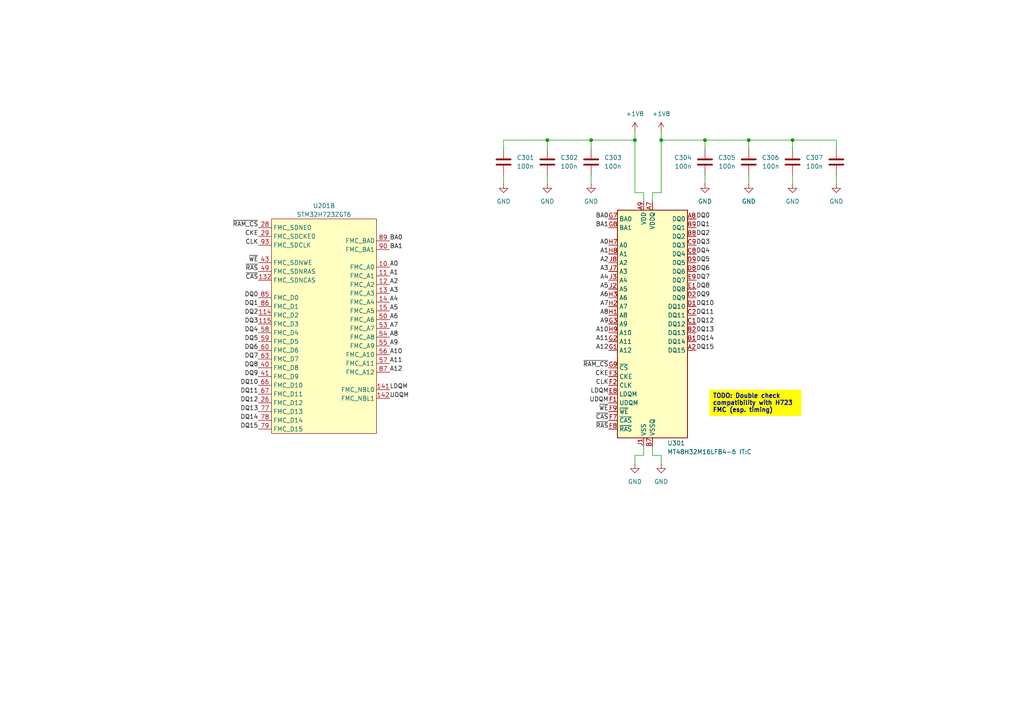
<source format=kicad_sch>
(kicad_sch (version 20231120) (generator "eeschema") (generator_version "8.0")
  (paper "A4")
  (lib_symbols
    (symbol "Device:C" (pin_numbers hide) (pin_names (offset 0.254))
      (property "Reference" "C" (at 0.635 2.54 0))
      (property "Value" "C" (at 0.635 -2.54 0))
      (symbol "C_0_1"
        (polyline (pts (xy -2.032 -0.762) (xy 2.032 -0.762)) (stroke (width 0.508)))
        (polyline (pts (xy -2.032 0.762) (xy 2.032 0.762)) (stroke (width 0.508)))
      )
      (symbol "C_1_1"
        (pin passive line (at 0 3.81 270) (length 2.794) (name "~") (number "1"))
        (pin passive line (at 0 -3.81 90) (length 2.794) (name "~") (number "2"))
      )
    )
    (symbol "FTCU:MT48H32M16LFB4-6"
      (property "Reference" "U" (at -8.89 34.29 0))
      (property "Value" "MT48H32M16LFB4-6" (at 11.684 34.544 0))
      (symbol "MT48H32M16LFB4-6_0_1"
        (rectangle (start -10.16 33.02) (end 10.16 -33.02) (stroke (width 0.254)) (fill (type background)))
      )
      (symbol "MT48H32M16LFB4-6_1_1"
        (pin passive line (at -2.54 -35.56 90) (length 2.54) hide (name "VSS") (number "A1"))
        (pin bidirectional line (at 12.7 -7.62 180) (length 2.54) (name "DQ15") (number "A2"))
        (pin passive line (at 0 -35.56 90) (length 2.54) hide (name "VSSQ") (number "A3"))
        (pin power_in line (at 0 35.56 270) (length 2.54) (name "VDDQ") (number "A7"))
        (pin bidirectional line (at 12.7 30.48 180) (length 2.54) (name "DQ0") (number "A8"))
        (pin power_in line (at -2.54 35.56 270) (length 2.54) (name "VDD") (number "A9"))
        (pin bidirectional line (at 12.7 -5.08 180) (length 2.54) (name "DQ14") (number "B1"))
        (pin bidirectional line (at 12.7 -2.54 180) (length 2.54) (name "DQ13") (number "B2"))
        (pin passive line (at 0 35.56 270) (length 2.54) hide (name "VDDQ") (number "B3"))
        (pin power_in line (at 0 -35.56 90) (length 2.54) (name "VSSQ") (number "B7"))
        (pin bidirectional line (at 12.7 25.4 180) (length 2.54) (name "DQ2") (number "B8"))
        (pin bidirectional line (at 12.7 27.94 180) (length 2.54) (name "DQ1") (number "B9"))
        (pin bidirectional line (at 12.7 0 180) (length 2.54) (name "DQ12") (number "C1"))
        (pin bidirectional line (at 12.7 2.54 180) (length 2.54) (name "DQ11") (number "C2"))
        (pin passive line (at 0 -35.56 90) (length 2.54) hide (name "VSSQ") (number "C3"))
        (pin passive line (at 0 35.56 270) (length 2.54) hide (name "VDDQ") (number "C7"))
        (pin bidirectional line (at 12.7 20.32 180) (length 2.54) (name "DQ4") (number "C8"))
        (pin bidirectional line (at 12.7 22.86 180) (length 2.54) (name "DQ3") (number "C9"))
        (pin bidirectional line (at 12.7 5.08 180) (length 2.54) (name "DQ10") (number "D1"))
        (pin bidirectional line (at 12.7 7.62 180) (length 2.54) (name "DQ9") (number "D2"))
        (pin passive line (at 0 35.56 270) (length 2.54) hide (name "VDDQ") (number "D3"))
        (pin passive line (at 0 -35.56 90) (length 2.54) hide (name "VSSQ") (number "D7"))
        (pin bidirectional line (at 12.7 15.24 180) (length 2.54) (name "DQ6") (number "D8"))
        (pin bidirectional line (at 12.7 17.78 180) (length 2.54) (name "DQ5") (number "D9"))
        (pin bidirectional line (at 12.7 10.16 180) (length 2.54) (name "DQ8") (number "E1"))
        (pin no_connect line (at 10.16 -20.32 180) (length 2.54) hide (name "DNU") (number "E2"))
        (pin passive line (at -2.54 -35.56 90) (length 2.54) hide (name "VSS") (number "E3"))
        (pin passive line (at -2.54 35.56 270) (length 2.54) hide (name "VDD") (number "E7"))
        (pin input line (at -12.7 -20.32 0) (length 2.54) (name "LDQM") (number "E8"))
        (pin bidirectional line (at 12.7 12.7 180) (length 2.54) (name "DQ7") (number "E9"))
        (pin input line (at -12.7 -22.86 0) (length 2.54) (name "UDQM") (number "F1"))
        (pin input line (at -12.7 -17.78 0) (length 2.54) (name "CLK") (number "F2"))
        (pin input line (at -12.7 -15.24 0) (length 2.54) (name "CKE") (number "F3"))
        (pin input line (at -12.7 -27.94 0) (length 2.54) (name "~{CAS}") (number "F7"))
        (pin input line (at -12.7 -30.48 0) (length 2.54) (name "~{RAS}") (number "F8"))
        (pin input line (at -12.7 -25.4 0) (length 2.54) (name "~{WE}") (number "F9"))
        (pin input line (at -12.7 -7.62 0) (length 2.54) (name "A12") (number "G1"))
        (pin input line (at -12.7 -5.08 0) (length 2.54) (name "A11") (number "G2"))
        (pin input line (at -12.7 0 0) (length 2.54) (name "A9") (number "G3"))
        (pin input line (at -12.7 30.48 0) (length 2.54) (name "BA0") (number "G7"))
        (pin input line (at -12.7 27.94 0) (length 2.54) (name "BA1") (number "G8"))
        (pin input line (at -12.7 -12.7 0) (length 2.54) (name "~{CS}") (number "G9"))
        (pin input line (at -12.7 2.54 0) (length 2.54) (name "A8") (number "H1"))
        (pin input line (at -12.7 5.08 0) (length 2.54) (name "A7") (number "H2"))
        (pin input line (at -12.7 7.62 0) (length 2.54) (name "A6") (number "H3"))
        (pin input line (at -12.7 22.86 0) (length 2.54) (name "A0") (number "H7"))
        (pin input line (at -12.7 20.32 0) (length 2.54) (name "A1") (number "H8"))
        (pin input line (at -12.7 -2.54 0) (length 2.54) (name "A10") (number "H9"))
        (pin power_in line (at -2.54 -35.56 90) (length 2.54) (name "VSS") (number "J1"))
        (pin input line (at -12.7 10.16 0) (length 2.54) (name "A5") (number "J2"))
        (pin input line (at -12.7 12.7 0) (length 2.54) (name "A4") (number "J3"))
        (pin input line (at -12.7 15.24 0) (length 2.54) (name "A3") (number "J7"))
        (pin input line (at -12.7 17.78 0) (length 2.54) (name "A2") (number "J8"))
        (pin passive line (at -2.54 35.56 270) (length 2.54) hide (name "VDD") (number "J9"))
      )
    )
    (symbol "FTCU:STM32H723ZG"
      (property "Reference" "U" (at 0 16.764 0))
      (symbol "STM32H723ZG_1_1"
        (rectangle (start -8.89 8.89) (end 7.62 -10.16) (fill (type background)))
        (pin passive line (at 1.27 12.7 270) (length 3.81) hide (name "VCAP") (number "106"))
        (pin passive line (at -1.27 -13.97 90) (length 3.81) hide (name "VSS") (number "107"))
        (pin passive line (at -6.35 12.7 270) (length 3.81) hide (name "VDD") (number "108"))
        (pin passive line (at -1.27 -13.97 90) (length 3.81) hide (name "VSS") (number "120"))
        (pin passive line (at -6.35 12.7 270) (length 3.81) hide (name "VDD") (number "121"))
        (pin passive line (at -1.27 -13.97 90) (length 3.81) hide (name "VSS") (number "130"))
        (pin passive line (at -6.35 12.7 270) (length 3.81) hide (name "VDD") (number "131"))
        (pin passive line (at -6.35 12.7 270) (length 3.81) hide (name "VDD") (number "144"))
        (pin power_in line (at -1.27 -13.97 90) (length 3.81) (name "VSS") (number "16"))
        (pin power_in line (at -6.35 12.7 270) (length 3.81) (name "VDD") (number "17"))
        (pin passive line (at -6.35 12.7 270) (length 3.81) hide (name "VDD") (number "30"))
        (pin power_in line (at 1.27 -13.97 90) (length 3.81) (name "VSSA") (number "31"))
        (pin power_out line (at 3.81 12.7 270) (length 3.81) (name "VREF+") (number "32"))
        (pin power_in line (at -3.81 12.7 270) (length 3.81) (name "VDDA") (number "33"))
        (pin passive line (at -1.27 -13.97 90) (length 3.81) hide (name "VSS") (number "38"))
        (pin passive line (at -6.35 12.7 270) (length 3.81) hide (name "VDD") (number "39"))
        (pin passive line (at -1.27 -13.97 90) (length 3.81) hide (name "VSS") (number "51"))
        (pin passive line (at -6.35 12.7 270) (length 3.81) hide (name "VDD") (number "52"))
        (pin power_in line (at 6.35 12.7 270) (length 3.81) (name "VBAT") (number "6"))
        (pin passive line (at -1.27 -13.97 90) (length 3.81) hide (name "VSS") (number "61"))
        (pin passive line (at -6.35 12.7 270) (length 3.81) hide (name "VDD") (number "62"))
        (pin power_out line (at 1.27 12.7 270) (length 3.81) (name "VCAP") (number "71"))
        (pin passive line (at -6.35 12.7 270) (length 3.81) hide (name "VDD") (number "72"))
        (pin passive line (at -1.27 -13.97 90) (length 3.81) hide (name "VSS") (number "83"))
        (pin passive line (at -6.35 12.7 270) (length 3.81) hide (name "VDD") (number "84"))
        (pin passive line (at -1.27 -13.97 90) (length 3.81) hide (name "VSS") (number "94"))
        (pin power_in line (at -1.27 12.7 270) (length 3.81) (name "VDD33USB") (number "95"))
      )
      (symbol "STM32H723ZG_2_1"
        (rectangle (start -15.24 30.48) (end 15.24 -31.75) (fill (type background)))
        (pin output line (at 19.05 16.51 180) (length 3.81) (name "FMC_A0") (number "10"))
        (pin output line (at 19.05 13.97 180) (length 3.81) (name "FMC_A1") (number "11"))
        (pin bidirectional line (at -19.05 2.54 0) (length 3.81) (name "FMC_D2") (number "114"))
        (pin bidirectional line (at -19.05 0 0) (length 3.81) (name "FMC_D3") (number "115"))
        (pin output line (at 19.05 11.43 180) (length 3.81) (name "FMC_A2") (number "12"))
        (pin output line (at 19.05 8.89 180) (length 3.81) (name "FMC_A3") (number "13"))
        (pin output line (at -19.05 12.7 0) (length 3.81) (name "FMC_SDNCAS") (number "132"))
        (pin output line (at 19.05 6.35 180) (length 3.81) (name "FMC_A4") (number "14"))
        (pin output line (at 19.05 -19.05 180) (length 3.81) (name "FMC_NBL0") (number "141"))
        (pin output line (at 19.05 -21.59 180) (length 3.81) (name "FMC_NBL1") (number "142"))
        (pin output line (at 19.05 3.81 180) (length 3.81) (name "FMC_A5") (number "15"))
        (pin bidirectional line (at -19.05 -22.86 0) (length 3.81) (name "FMC_D12") (number "26"))
        (pin output line (at -19.05 27.94 0) (length 3.81) (name "FMC_SDNE0") (number "28"))
        (pin output line (at -19.05 25.4 0) (length 3.81) (name "FMC_SDCKE0") (number "29"))
        (pin bidirectional line (at -19.05 -12.7 0) (length 3.81) (name "FMC_D8") (number "40"))
        (pin bidirectional line (at -19.05 -15.24 0) (length 3.81) (name "FMC_D9") (number "41"))
        (pin output line (at -19.05 17.78 0) (length 3.81) (name "FMC_SDNWE") (number "43"))
        (pin output line (at -19.05 15.24 0) (length 3.81) (name "FMC_SDNRAS") (number "49"))
        (pin output line (at 19.05 1.27 180) (length 3.81) (name "FMC_A6") (number "50"))
        (pin output line (at 19.05 -1.27 180) (length 3.81) (name "FMC_A7") (number "53"))
        (pin output line (at 19.05 -3.81 180) (length 3.81) (name "FMC_A8") (number "54"))
        (pin output line (at 19.05 -6.35 180) (length 3.81) (name "FMC_A9") (number "55"))
        (pin output line (at 19.05 -8.89 180) (length 3.81) (name "FMC_A10") (number "56"))
        (pin output line (at 19.05 -11.43 180) (length 3.81) (name "FMC_A11") (number "57"))
        (pin bidirectional line (at -19.05 -2.54 0) (length 3.81) (name "FMC_D4") (number "58"))
        (pin bidirectional line (at -19.05 -5.08 0) (length 3.81) (name "FMC_D5") (number "59"))
        (pin bidirectional line (at -19.05 -7.62 0) (length 3.81) (name "FMC_D6") (number "60"))
        (pin bidirectional line (at -19.05 -10.16 0) (length 3.81) (name "FMC_D7") (number "63"))
        (pin bidirectional line (at -19.05 -17.78 0) (length 3.81) (name "FMC_D10") (number "66"))
        (pin bidirectional line (at -19.05 -20.32 0) (length 3.81) (name "FMC_D11") (number "67"))
        (pin bidirectional line (at -19.05 -25.4 0) (length 3.81) (name "FMC_D13") (number "77"))
        (pin bidirectional line (at -19.05 -27.94 0) (length 3.81) (name "FMC_D14") (number "78"))
        (pin bidirectional line (at -19.05 -30.48 0) (length 3.81) (name "FMC_D15") (number "79"))
        (pin bidirectional line (at -19.05 7.62 0) (length 3.81) (name "FMC_D0") (number "85"))
        (pin bidirectional line (at -19.05 5.08 0) (length 3.81) (name "FMC_D1") (number "86"))
        (pin output line (at 19.05 -13.97 180) (length 3.81) (name "FMC_A12") (number "87"))
        (pin output line (at 19.05 24.13 180) (length 3.81) (name "FMC_BA0") (number "89"))
        (pin output line (at 19.05 21.59 180) (length 3.81) (name "FMC_BA1") (number "90"))
        (pin output line (at -19.05 22.86 0) (length 3.81) (name "FMC_SDCLK") (number "93"))
      )
      (symbol "STM32H723ZG_3_1"
        (rectangle (start -17.78 15.24) (end 17.78 -14.605) (fill (type background)))
        (pin bidirectional line (at 21.59 0 180) (length 3.81) (name "OCTOSPIM_P1_IO2") (number "1"))
        (pin bidirectional line (at -21.59 0 0) (length 3.81) (name "SDMMC1_D2") (number "111"))
        (pin bidirectional line (at -21.59 -2.54 0) (length 3.81) (name "SDMMC1_D3") (number "112"))
        (pin output line (at -21.59 12.7 0) (length 3.81) (name "SDMMC1_CK") (number "113"))
        (pin output line (at -21.59 10.16 0) (length 3.81) (name "SDMMC1_CMD") (number "116"))
        (pin input line (at -21.59 -7.62 0) (length 3.81) (name "SD_Detect") (number "117"))
        (pin output line (at 21.59 -12.7 180) (length 3.81) (name "EEPROM_WP") (number "129"))
        (pin output line (at 21.59 -7.62 180) (length 3.81) (name "I2C1_SCL") (number "136"))
        (pin tri_state line (at 21.59 -10.16 180) (length 3.81) (name "I2C1_SDA") (number "137"))
        (pin bidirectional line (at 21.59 5.08 180) (length 3.81) (name "OCTOSPIM_P1_IO0") (number "20"))
        (pin bidirectional line (at 21.59 2.54 180) (length 3.81) (name "OCTOSPIM_P1_IO1") (number "21"))
        (pin output line (at 21.59 12.7 180) (length 3.81) (name "OCTOSPIM_P1_CLK") (number "22"))
        (pin bidirectional line (at 21.59 -2.54 180) (length 3.81) (name "OCTOSPIM_P1_IO3") (number "35"))
        (pin output line (at 21.59 10.16 180) (length 3.81) (name "OCTOSPIM_P1_NCS") (number "64"))
        (pin bidirectional line (at -21.59 5.08 0) (length 3.81) (name "SDMMC1_D0") (number "98"))
        (pin bidirectional line (at -21.59 2.54 0) (length 3.81) (name "SDMMC1_D1") (number "99"))
      )
      (symbol "STM32H723ZG_4_1"
        (rectangle (start -13.97 12.7) (end 12.7 -12.7) (fill (type background)))
        (pin bidirectional line (at 16.51 7.62 180) (length 3.81) (name "DEBUG_JTMS-SWDIO") (number "105"))
        (pin input line (at 16.51 10.16 180) (length 3.81) (name "DEBUG_JTCK-SWCLK") (number "109"))
        (pin output line (at 16.51 5.08 180) (length 3.81) (name "DEBUG_JTDO-SWO") (number "133"))
        (pin input line (at 16.51 -2.54 180) (length 3.81) (name "BOOT0") (number "138"))
        (pin input line (at 16.51 -7.62 180) (length 3.81) (name "PDR_ON") (number "143"))
        (pin input line (at -17.78 -7.62 0) (length 3.81) (name "RCC_OSC_IN") (number "23"))
        (pin output line (at -17.78 -10.16 0) (length 3.81) (name "RCC_OSC_OUT") (number "24"))
        (pin bidirectional line (at 16.51 0 180) (length 3.81) (name "NRST") (number "25"))
        (pin input line (at -17.78 0 0) (length 3.81) (name "RCC_OSC32_IN") (number "8"))
        (pin output line (at -17.78 -2.54 0) (length 3.81) (name "RCC_OSC32_OUT") (number "9"))
      )
      (symbol "STM32H723ZG_5_1"
        (rectangle (start -15.24 8.89) (end 16.51 -8.89) (fill (type background)))
        (pin output line (at -19.05 -5.08 0) (length 3.81) (name "USB_Enable_Pullup") (number "101"))
        (pin input line (at -19.05 -2.54 0) (length 3.81) (name "USB_VBUS_Present") (number "102"))
        (pin bidirectional line (at -19.05 5.08 0) (length 3.81) (name "USB_OTG_HS_DM") (number "103"))
        (pin bidirectional line (at -19.05 2.54 0) (length 3.81) (name "USB_OTG_HS_DP") (number "104"))
        (pin input line (at 20.32 6.35 180) (length 3.81) (name "FDCAN1_RX") (number "139"))
        (pin output line (at 20.32 3.81 180) (length 3.81) (name "FDCAN1_TX") (number "140"))
        (pin input line (at 20.32 -3.81 180) (length 3.81) (name "FDCAN3_RX") (number "18"))
        (pin output line (at 20.32 -6.35 180) (length 3.81) (name "FDCAN3_TX") (number "19"))
        (pin input line (at 20.32 1.27 180) (length 3.81) (name "FDCAN2_RX") (number "73"))
        (pin output line (at 20.32 -1.27 180) (length 3.81) (name "FDCAN2_TX") (number "74"))
      )
      (symbol "STM32H723ZG_6_1"
        (rectangle (start -39.37 85.09) (end -22.86 21.59) (fill (type background)))
        (pin no_connect line (at -43.18 53.34 0) (length 3.81) (name "PA8") (number "100"))
        (pin no_connect line (at -43.18 50.8 0) (length 3.81) (name "PA15") (number "110"))
        (pin no_connect line (at -43.18 48.26 0) (length 3.81) (name "PD4") (number "118"))
        (pin no_connect line (at -43.18 45.72 0) (length 3.81) (name "PD5") (number "119"))
        (pin no_connect line (at -43.18 43.18 0) (length 3.81) (name "PD6") (number "122"))
        (pin no_connect line (at -43.18 40.64 0) (length 3.81) (name "PD7") (number "123"))
        (pin output line (at -19.05 34.29 180) (length 3.81) (name "STATUS1") (number "124"))
        (pin output line (at -19.05 31.75 180) (length 3.81) (name "STATUS2") (number "125"))
        (pin output line (at -19.05 29.21 180) (length 3.81) (name "STATUS3") (number "126"))
        (pin output line (at -19.05 26.67 180) (length 3.81) (name "STATUS4") (number "127"))
        (pin no_connect line (at -43.18 38.1 0) (length 3.81) (name "PG13") (number "128"))
        (pin no_connect line (at -43.18 35.56 0) (length 3.81) (name "PB4") (number "134"))
        (pin output line (at -19.05 24.13 180) (length 3.81) (name "BOOT0_CHARGE") (number "135"))
        (pin no_connect line (at -19.05 82.55 180) (length 3.81) (name "PE3") (number "2"))
        (pin no_connect line (at -19.05 69.85 180) (length 3.81) (name "PC1") (number "27"))
        (pin no_connect line (at -19.05 80.01 180) (length 3.81) (name "PE4") (number "3"))
        (pin no_connect line (at -19.05 67.31 180) (length 3.81) (name "PA0") (number "34"))
        (pin no_connect line (at -19.05 64.77 180) (length 3.81) (name "PA2") (number "36"))
        (pin no_connect line (at -19.05 62.23 180) (length 3.81) (name "PA3") (number "37"))
        (pin no_connect line (at -19.05 77.47 180) (length 3.81) (name "PE5") (number "4"))
        (pin no_connect line (at -19.05 59.69 180) (length 3.81) (name "PA6") (number "42"))
        (pin no_connect line (at -19.05 57.15 180) (length 3.81) (name "PC4") (number "44"))
        (pin no_connect line (at -19.05 54.61 180) (length 3.81) (name "PC5") (number "45"))
        (pin no_connect line (at -19.05 52.07 180) (length 3.81) (name "PB0") (number "46"))
        (pin no_connect line (at -19.05 49.53 180) (length 3.81) (name "PB1") (number "47"))
        (pin no_connect line (at -19.05 46.99 180) (length 3.81) (name "PB2") (number "48"))
        (pin no_connect line (at -19.05 74.93 180) (length 3.81) (name "PE6") (number "5"))
        (pin no_connect line (at -19.05 44.45 180) (length 3.81) (name "PE12") (number "65"))
        (pin no_connect line (at -19.05 41.91 180) (length 3.81) (name "PE15") (number "68"))
        (pin no_connect line (at -19.05 39.37 180) (length 3.81) (name "PB10") (number "69"))
        (pin no_connect line (at -19.05 72.39 180) (length 3.81) (name "PC13") (number "7"))
        (pin no_connect line (at -19.05 36.83 180) (length 3.81) (name "PB11") (number "70"))
        (pin no_connect line (at -43.18 78.74 0) (length 3.81) (name "PB14") (number "75"))
        (pin no_connect line (at -43.18 76.2 0) (length 3.81) (name "PB15") (number "76"))
        (pin no_connect line (at -43.18 73.66 0) (length 3.81) (name "PD11") (number "80"))
        (pin no_connect line (at -43.18 71.12 0) (length 3.81) (name "PD12") (number "81"))
        (pin no_connect line (at -43.18 68.58 0) (length 3.81) (name "PD13") (number "82"))
        (pin no_connect line (at -43.18 66.04 0) (length 3.81) (name "PG3") (number "88"))
        (pin no_connect line (at -43.18 63.5 0) (length 3.81) (name "PG6") (number "91"))
        (pin no_connect line (at -43.18 60.96 0) (length 3.81) (name "PG7") (number "92"))
        (pin no_connect line (at -43.18 58.42 0) (length 3.81) (name "PC6") (number "96"))
        (pin no_connect line (at -43.18 55.88 0) (length 3.81) (name "PC7") (number "97"))
      )
    )
    (symbol "power:+1V8" (power) (pin_numbers hide) (pin_names (offset 0) hide)
      (property "Value" "+1V8" (at 0 3.556 0))
      (symbol "+1V8_0_1"
        (polyline (pts (xy -0.762 1.27) (xy 0 2.54)))
        (polyline (pts (xy 0 0) (xy 0 2.54)))
        (polyline (pts (xy 0 2.54) (xy 0.762 1.27)))
      )
      (symbol "+1V8_1_1"
        (pin power_in line (at 0 0 90) (length 0) (name "~") (number "1"))
      )
    )
    (symbol "power:GND" (power) (pin_numbers hide) (pin_names (offset 0) hide)
      (property "Value" "GND" (at 0 -3.81 0))
      (symbol "GND_0_1"
        (polyline (pts (xy 0 0) (xy 0 -1.27) (xy 1.27 -1.27) (xy 0 -2.54) (xy -1.27 -1.27) (xy 0 -1.27)))
      )
      (symbol "GND_1_1"
        (pin power_in line (at 0 0 270) (length 0) (name "~") (number "1"))
      )
    )
  )
  (junction (at 171.45 40.64))
  (junction (at 204.47 40.64))
  (junction (at 184.15 40.64))
  (junction (at 217.17 40.64))
  (junction (at 158.75 40.64))
  (junction (at 191.77 40.64))
  (junction (at 229.87 40.64))
  (wire (pts (xy 158.75 40.64) (xy 146.05 40.64)))
  (wire (pts (xy 217.17 40.64) (xy 229.87 40.64)))
  (wire (pts (xy 229.87 40.64) (xy 242.57 40.64)))
  (wire (pts (xy 171.45 40.64) (xy 158.75 40.64)))
  (wire (pts (xy 204.47 40.64) (xy 204.47 43.18)))
  (wire (pts (xy 189.23 58.42) (xy 189.23 55.88)))
  (wire (pts (xy 171.45 40.64) (xy 171.45 43.18)))
  (wire (pts (xy 204.47 50.8) (xy 204.47 53.34)))
  (wire (pts (xy 217.17 40.64) (xy 217.17 43.18)))
  (wire (pts (xy 186.69 55.88) (xy 184.15 55.88)))
  (wire (pts (xy 186.69 58.42) (xy 186.69 55.88)))
  (wire (pts (xy 242.57 40.64) (xy 242.57 43.18)))
  (wire (pts (xy 229.87 40.64) (xy 229.87 43.18)))
  (wire (pts (xy 158.75 40.64) (xy 158.75 43.18)))
  (wire (pts (xy 204.47 40.64) (xy 217.17 40.64)))
  (wire (pts (xy 217.17 50.8) (xy 217.17 53.34)))
  (wire (pts (xy 186.69 132.08) (xy 184.15 132.08)))
  (wire (pts (xy 184.15 40.64) (xy 171.45 40.64)))
  (wire (pts (xy 146.05 40.64) (xy 146.05 43.18)))
  (wire (pts (xy 184.15 55.88) (xy 184.15 40.64)))
  (wire (pts (xy 189.23 129.54) (xy 189.23 132.08)))
  (wire (pts (xy 229.87 50.8) (xy 229.87 53.34)))
  (wire (pts (xy 158.75 50.8) (xy 158.75 53.34)))
  (wire (pts (xy 184.15 132.08) (xy 184.15 134.62)))
  (wire (pts (xy 191.77 132.08) (xy 191.77 134.62)))
  (wire (pts (xy 186.69 129.54) (xy 186.69 132.08)))
  (wire (pts (xy 171.45 50.8) (xy 171.45 53.34)))
  (wire (pts (xy 189.23 132.08) (xy 191.77 132.08)))
  (wire (pts (xy 146.05 50.8) (xy 146.05 53.34)))
  (wire (pts (xy 242.57 50.8) (xy 242.57 53.34)))
  (wire (pts (xy 191.77 40.64) (xy 204.47 40.64)))
  (wire (pts (xy 191.77 55.88) (xy 191.77 40.64)))
  (wire (pts (xy 191.77 40.64) (xy 191.77 38.1)))
  (wire (pts (xy 184.15 40.64) (xy 184.15 38.1)))
  (wire (pts (xy 189.23 55.88) (xy 191.77 55.88)))
  (text_box "TODO: Double check compatibility with H723 FMC (esp. timing)" (at 205.74 113.03 0) (size 26.67 7.62) (stroke (width -0.0001)) (fill (type color) (color 255 255 0 1)) (effects (font (size 1.27 1.27) (thickness 0.254) (bold yes)) (justify left top)))
  (label "DQ8" (at 74.93 106.68 180))
  (label "A12" (at 113.03 107.95 0))
  (label "UDQM" (at 176.53 116.84 180))
  (label "A8" (at 113.03 97.79 0))
  (label "DQ8" (at 201.93 83.82 0))
  (label "DQ6" (at 201.93 78.74 0))
  (label "A10" (at 113.03 102.87 0))
  (label "A9" (at 176.53 93.98 180))
  (label "DQ15" (at 201.93 101.6 0))
  (label "DQ10" (at 201.93 88.9 0))
  (label "DQ14" (at 74.93 121.92 180))
  (label "BA0" (at 176.53 63.5 180) (effects (font (thickness 0.1588))))
  (label "UDQM" (at 113.03 115.57 0))
  (label "DQ14" (at 201.93 99.06 0))
  (label "A8" (at 176.53 91.44 180))
  (label "DQ10" (at 74.93 111.76 180))
  (label "BA1" (at 113.03 72.39 0) (effects (font (thickness 0.1588))))
  (label "DQ0" (at 74.93 86.36 180))
  (label "DQ4" (at 74.93 96.52 180))
  (label "~{RAS}" (at 74.93 78.74 180))
  (label "A6" (at 176.53 86.36 180))
  (label "CLK" (at 74.93 71.12 180))
  (label "DQ5" (at 201.93 76.2 0))
  (label "A0" (at 113.03 77.47 0) (effects (font (thickness 0.1588))))
  (label "A1" (at 113.03 80.01 0))
  (label "DQ2" (at 201.93 68.58 0))
  (label "~{WE}" (at 74.93 76.2 180))
  (label "~{CAS}" (at 74.93 81.28 180))
  (label "A3" (at 113.03 85.09 0))
  (label "DQ12" (at 201.93 93.98 0))
  (label "~{WE}" (at 176.53 119.38 180))
  (label "CLK" (at 176.53 111.76 180))
  (label "DQ9" (at 74.93 109.22 180))
  (label "CKE" (at 176.53 109.22 180))
  (label "A10" (at 176.53 96.52 180))
  (label "A2" (at 113.03 82.55 0))
  (label "CKE" (at 74.93 68.58 180))
  (label "DQ5" (at 74.93 99.06 180))
  (label "BA0" (at 113.03 69.85 0) (effects (font (thickness 0.1588))))
  (label "DQ15" (at 74.93 124.46 180))
  (label "DQ13" (at 201.93 96.52 0))
  (label "A11" (at 113.03 105.41 0))
  (label "A7" (at 176.53 88.9 180))
  (label "DQ9" (at 201.93 86.36 0))
  (label "A4" (at 113.03 87.63 0))
  (label "DQ6" (at 74.93 101.6 180))
  (label "A3" (at 176.53 78.74 180))
  (label "~{RAS}" (at 176.53 124.46 180))
  (label "DQ3" (at 201.93 71.12 0))
  (label "DQ12" (at 74.93 116.84 180))
  (label "LDQM" (at 176.53 114.3 180))
  (label "A5" (at 113.03 90.17 0))
  (label "DQ2" (at 74.93 91.44 180))
  (label "DQ1" (at 201.93 66.04 0))
  (label "A4" (at 176.53 81.28 180))
  (label "A9" (at 113.03 100.33 0))
  (label "~{CAS}" (at 176.53 121.92 180))
  (label "DQ1" (at 74.93 88.9 180))
  (label "BA1" (at 176.53 66.04 180) (effects (font (thickness 0.1588))))
  (label "~{RAM_CS}" (at 176.53 106.68 180))
  (label "A11" (at 176.53 99.06 180))
  (label "DQ7" (at 201.93 81.28 0))
  (label "~{RAM_CS}" (at 74.93 66.04 180))
  (label "A7" (at 113.03 95.25 0))
  (label "DQ0" (at 201.93 63.5 0))
  (label "A6" (at 113.03 92.71 0))
  (label "DQ3" (at 74.93 93.98 180))
  (label "DQ7" (at 74.93 104.14 180))
  (label "A1" (at 176.53 73.66 180))
  (label "LDQM" (at 113.03 113.03 0))
  (label "A2" (at 176.53 76.2 180))
  (label "DQ11" (at 74.93 114.3 180))
  (label "A12" (at 176.53 101.6 180))
  (label "DQ13" (at 74.93 119.38 180))
  (label "DQ11" (at 201.93 91.44 0))
  (label "A0" (at 176.53 71.12 180) (effects (font (thickness 0.1588))))
  (label "DQ4" (at 201.93 73.66 0))
  (label "A5" (at 176.53 83.82 180))
  (symbol (lib_id "Device:C") (at 204.47 46.99 0) (mirror x) (unit 1)
    (property "Reference" "C304" (at 200.66 45.7199 0) (effects (justify right)))
    (property "Value" "100n" (at 200.66 48.2599 0) (effects (justify right)))
    (property "Footprint" "Capacitor_SMD:C_0603_1608Metric" (effects (hide yes)))
    (property "Description" "Unpolarized capacitor" (effects (hide yes)))
  )
  (symbol (lib_id "power:+1V8") (at 191.77 38.1 0) (unit 1)
    (property "Reference" "#PWR0302" (effects (hide yes)))
    (property "Value" "+1V8" (at 191.77 33.02 0))
    (property "Description" "Power symbol creates a global label with name \"+1V8\"" (effects (hide yes)))
  )
  (symbol (lib_id "power:GND") (at 191.77 134.62 0) (unit 1)
    (property "Reference" "#PWR0311" (effects (hide yes)))
    (property "Value" "GND" (at 191.77 139.7 0))
    (property "Description" "Power symbol creates a global label with name \"GND\" , ground" (effects (hide yes)))
  )
  (symbol (lib_id "Device:C") (at 242.57 46.99 0) (mirror x) (unit 1)
    (property "Reference" "C307" (at 238.76 45.7199 0) (effects (justify right)))
    (property "Value" "100n" (at 238.76 48.2599 0) (effects (justify right)))
    (property "Footprint" "Capacitor_SMD:C_0603_1608Metric" (effects (hide yes)))
    (property "Description" "Unpolarized capacitor" (effects (hide yes)))
  )
  (symbol (lib_id "Device:C") (at 158.75 46.99 180) (unit 1)
    (property "Reference" "C302" (at 162.56 45.7199 0) (effects (justify right)))
    (property "Value" "100n" (at 162.56 48.2599 0) (effects (justify right)))
    (property "Footprint" "Capacitor_SMD:C_0603_1608Metric" (effects (hide yes)))
    (property "Description" "Unpolarized capacitor" (effects (hide yes)))
  )
  (symbol (lib_id "power:GND") (at 158.75 53.34 0) (unit 1)
    (property "Reference" "#PWR0304" (effects (hide yes)))
    (property "Value" "GND" (at 158.75 58.42 0))
    (property "Description" "Power symbol creates a global label with name \"GND\" , ground" (effects (hide yes)))
  )
  (symbol (lib_id "power:GND") (at 204.47 53.34 0) (mirror y) (unit 1)
    (property "Reference" "#PWR0306" (effects (hide yes)))
    (property "Value" "GND" (at 204.47 58.42 0))
    (property "Description" "Power symbol creates a global label with name \"GND\" , ground" (effects (hide yes)))
  )
  (symbol (lib_id "FTCU:STM32H723ZG") (at 93.98 93.98 0) (unit 2) (in_bom no)
    (property "Reference" "U201" (at 93.98 59.69 0))
    (property "Value" "STM32H723ZGT6" (at 93.98 62.23 0))
    (property "Footprint" "Package_QFP:LQFP-144_20x20mm_P0.5mm" (effects (hide yes)))
    (property "Datasheet" "https://www.st.com/resource/en/datasheet/stm32h723zg.pdf" (effects (hide yes)))
  )
  (symbol (lib_id "Device:C") (at 146.05 46.99 180) (unit 1)
    (property "Reference" "C301" (at 149.86 45.7199 0) (effects (justify right)))
    (property "Value" "100n" (at 149.86 48.2599 0) (effects (justify right)))
    (property "Footprint" "Capacitor_SMD:C_0603_1608Metric" (effects (hide yes)))
    (property "Description" "Unpolarized capacitor" (effects (hide yes)))
  )
  (symbol (lib_id "power:+1V8") (at 184.15 38.1 0) (unit 1)
    (property "Reference" "#PWR0301" (effects (hide yes)))
    (property "Value" "+1V8" (at 184.15 33.02 0))
    (property "Description" "Power symbol creates a global label with name \"+1V8\"" (effects (hide yes)))
  )
  (symbol (lib_id "power:GND") (at 171.45 53.34 0) (unit 1)
    (property "Reference" "#PWR0305" (effects (hide yes)))
    (property "Value" "GND" (at 171.45 58.42 0))
    (property "Description" "Power symbol creates a global label with name \"GND\" , ground" (effects (hide yes)))
  )
  (symbol (lib_id "power:GND") (at 146.05 53.34 0) (unit 1)
    (property "Reference" "#PWR0303" (effects (hide yes)))
    (property "Value" "GND" (at 146.05 58.42 0))
    (property "Description" "Power symbol creates a global label with name \"GND\" , ground" (effects (hide yes)))
  )
  (symbol (lib_id "Device:C") (at 171.45 46.99 180) (unit 1)
    (property "Reference" "C303" (at 175.26 45.7199 0) (effects (justify right)))
    (property "Value" "100n" (at 175.26 48.2599 0) (effects (justify right)))
    (property "Footprint" "Capacitor_SMD:C_0603_1608Metric" (effects (hide yes)))
    (property "Description" "Unpolarized capacitor" (effects (hide yes)))
  )
  (symbol (lib_id "power:GND") (at 229.87 53.34 0) (mirror y) (unit 1)
    (property "Reference" "#PWR0308" (effects (hide yes)))
    (property "Value" "GND" (at 229.87 58.42 0))
    (property "Description" "Power symbol creates a global label with name \"GND\" , ground" (effects (hide yes)))
  )
  (symbol (lib_id "Device:C") (at 217.17 46.99 0) (mirror x) (unit 1)
    (property "Reference" "C305" (at 213.36 45.7199 0) (effects (justify right)))
    (property "Value" "100n" (at 213.36 48.2599 0) (effects (justify right)))
    (property "Footprint" "Capacitor_SMD:C_0603_1608Metric" (effects (hide yes)))
    (property "Description" "Unpolarized capacitor" (effects (hide yes)))
  )
  (symbol (lib_id "power:GND") (at 184.15 134.62 0) (unit 1)
    (property "Reference" "#PWR0310" (effects (hide yes)))
    (property "Value" "GND" (at 184.15 139.7 0))
    (property "Description" "Power symbol creates a global label with name \"GND\" , ground" (effects (hide yes)))
  )
  (symbol (lib_id "power:GND") (at 242.57 53.34 0) (mirror y) (unit 1)
    (property "Reference" "#PWR0309" (effects (hide yes)))
    (property "Value" "GND" (at 242.57 58.42 0))
    (property "Description" "Power symbol creates a global label with name \"GND\" , ground" (effects (hide yes)))
  )
  (symbol (lib_id "Device:C") (at 229.87 46.99 0) (mirror x) (unit 1)
    (property "Reference" "C306" (at 226.06 45.7199 0) (effects (justify right)))
    (property "Value" "100n" (at 226.06 48.2599 0) (effects (justify right)))
    (property "Footprint" "Capacitor_SMD:C_0603_1608Metric" (effects (hide yes)))
    (property "Description" "Unpolarized capacitor" (effects (hide yes)))
  )
  (symbol (lib_id "power:GND") (at 217.17 53.34 0) (mirror y) (unit 1)
    (property "Reference" "#PWR0307" (effects (hide yes)))
    (property "Value" "GND" (at 217.17 58.42 0))
    (property "Description" "Power symbol creates a global label with name \"GND\" , ground" (effects (hide yes)))
  )
  (symbol (lib_id "FTCU:MT48H32M16LFB4-6") (at 189.23 93.98 0) (unit 1)
    (property "Reference" "U301" (at 193.548 128.524 0) (effects (justify left)))
    (property "Value" "MT48H32M16LFB4-6 IT:C" (at 193.548 131.064 0) (effects (justify left)))
    (property "Footprint" "FTCU:Micron_VFBGA-54_8x8mm_P0.8mm" (effects (hide yes)))
    (property "Datasheet" "https://wmsc.lcsc.com/wmsc/upload/file/pdf/v2/lcsc/2403291624_Micron-Tech-MT48H32M16LFB4-6-IT-C-TR_C2061935.pdf" (effects (hide yes)))
    (property "Description" "512M – (32M x 16 bit) Synchronous DRAM (SDRAM), VFBGA-54" (effects (hide yes)))
  )
)
</source>
